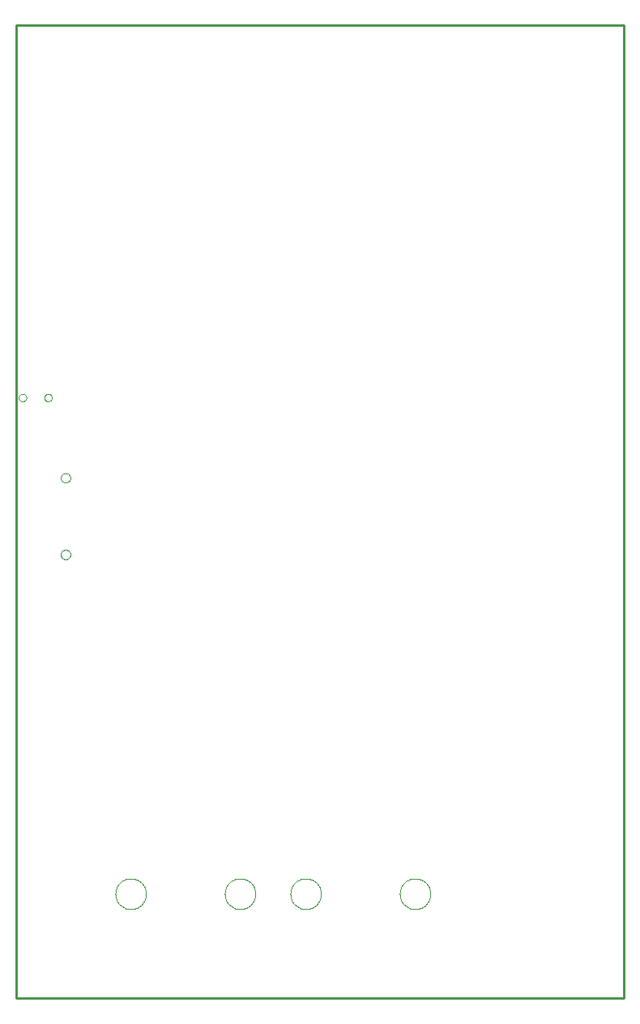
<source format=gbr>
G75*
G70*
%OFA0B0*%
%FSLAX24Y24*%
%IPPOS*%
%LPD*%
%AMOC8*
5,1,8,0,0,1.08239X$1,22.5*
%
%ADD10C,0.0100*%
%ADD11C,0.0000*%
D10*
X004152Y002157D02*
X029152Y002157D01*
X029152Y042157D01*
X004152Y042157D01*
X004152Y002157D01*
D11*
X008222Y006457D02*
X008225Y006514D01*
X008232Y006571D01*
X008245Y006627D01*
X008263Y006681D01*
X008286Y006734D01*
X008314Y006784D01*
X008346Y006832D01*
X008382Y006876D01*
X008422Y006917D01*
X008466Y006955D01*
X008512Y006988D01*
X008562Y007016D01*
X008614Y007040D01*
X008668Y007060D01*
X008724Y007074D01*
X008780Y007083D01*
X008838Y007087D01*
X008895Y007086D01*
X008952Y007079D01*
X009008Y007067D01*
X009063Y007051D01*
X009116Y007029D01*
X009167Y007003D01*
X009215Y006972D01*
X009261Y006937D01*
X009303Y006897D01*
X009341Y006855D01*
X009375Y006808D01*
X009405Y006759D01*
X009430Y006708D01*
X009450Y006654D01*
X009466Y006599D01*
X009476Y006543D01*
X009481Y006486D01*
X009481Y006428D01*
X009476Y006371D01*
X009466Y006315D01*
X009450Y006260D01*
X009430Y006206D01*
X009405Y006155D01*
X009375Y006106D01*
X009341Y006059D01*
X009303Y006017D01*
X009261Y005977D01*
X009215Y005942D01*
X009167Y005911D01*
X009116Y005885D01*
X009063Y005863D01*
X009008Y005847D01*
X008952Y005835D01*
X008895Y005828D01*
X008838Y005827D01*
X008780Y005831D01*
X008724Y005840D01*
X008668Y005854D01*
X008614Y005874D01*
X008562Y005898D01*
X008512Y005926D01*
X008466Y005959D01*
X008422Y005997D01*
X008382Y006038D01*
X008346Y006082D01*
X008314Y006130D01*
X008286Y006180D01*
X008263Y006233D01*
X008245Y006287D01*
X008232Y006343D01*
X008225Y006400D01*
X008222Y006457D01*
X012722Y006457D02*
X012725Y006514D01*
X012732Y006571D01*
X012745Y006627D01*
X012763Y006681D01*
X012786Y006734D01*
X012814Y006784D01*
X012846Y006832D01*
X012882Y006876D01*
X012922Y006917D01*
X012966Y006955D01*
X013012Y006988D01*
X013062Y007016D01*
X013114Y007040D01*
X013168Y007060D01*
X013224Y007074D01*
X013280Y007083D01*
X013338Y007087D01*
X013395Y007086D01*
X013452Y007079D01*
X013508Y007067D01*
X013563Y007051D01*
X013616Y007029D01*
X013667Y007003D01*
X013715Y006972D01*
X013761Y006937D01*
X013803Y006897D01*
X013841Y006855D01*
X013875Y006808D01*
X013905Y006759D01*
X013930Y006708D01*
X013950Y006654D01*
X013966Y006599D01*
X013976Y006543D01*
X013981Y006486D01*
X013981Y006428D01*
X013976Y006371D01*
X013966Y006315D01*
X013950Y006260D01*
X013930Y006206D01*
X013905Y006155D01*
X013875Y006106D01*
X013841Y006059D01*
X013803Y006017D01*
X013761Y005977D01*
X013715Y005942D01*
X013667Y005911D01*
X013616Y005885D01*
X013563Y005863D01*
X013508Y005847D01*
X013452Y005835D01*
X013395Y005828D01*
X013338Y005827D01*
X013280Y005831D01*
X013224Y005840D01*
X013168Y005854D01*
X013114Y005874D01*
X013062Y005898D01*
X013012Y005926D01*
X012966Y005959D01*
X012922Y005997D01*
X012882Y006038D01*
X012846Y006082D01*
X012814Y006130D01*
X012786Y006180D01*
X012763Y006233D01*
X012745Y006287D01*
X012732Y006343D01*
X012725Y006400D01*
X012722Y006457D01*
X015422Y006457D02*
X015425Y006514D01*
X015432Y006571D01*
X015445Y006627D01*
X015463Y006681D01*
X015486Y006734D01*
X015514Y006784D01*
X015546Y006832D01*
X015582Y006876D01*
X015622Y006917D01*
X015666Y006955D01*
X015712Y006988D01*
X015762Y007016D01*
X015814Y007040D01*
X015868Y007060D01*
X015924Y007074D01*
X015980Y007083D01*
X016038Y007087D01*
X016095Y007086D01*
X016152Y007079D01*
X016208Y007067D01*
X016263Y007051D01*
X016316Y007029D01*
X016367Y007003D01*
X016415Y006972D01*
X016461Y006937D01*
X016503Y006897D01*
X016541Y006855D01*
X016575Y006808D01*
X016605Y006759D01*
X016630Y006708D01*
X016650Y006654D01*
X016666Y006599D01*
X016676Y006543D01*
X016681Y006486D01*
X016681Y006428D01*
X016676Y006371D01*
X016666Y006315D01*
X016650Y006260D01*
X016630Y006206D01*
X016605Y006155D01*
X016575Y006106D01*
X016541Y006059D01*
X016503Y006017D01*
X016461Y005977D01*
X016415Y005942D01*
X016367Y005911D01*
X016316Y005885D01*
X016263Y005863D01*
X016208Y005847D01*
X016152Y005835D01*
X016095Y005828D01*
X016038Y005827D01*
X015980Y005831D01*
X015924Y005840D01*
X015868Y005854D01*
X015814Y005874D01*
X015762Y005898D01*
X015712Y005926D01*
X015666Y005959D01*
X015622Y005997D01*
X015582Y006038D01*
X015546Y006082D01*
X015514Y006130D01*
X015486Y006180D01*
X015463Y006233D01*
X015445Y006287D01*
X015432Y006343D01*
X015425Y006400D01*
X015422Y006457D01*
X019922Y006457D02*
X019925Y006514D01*
X019932Y006571D01*
X019945Y006627D01*
X019963Y006681D01*
X019986Y006734D01*
X020014Y006784D01*
X020046Y006832D01*
X020082Y006876D01*
X020122Y006917D01*
X020166Y006955D01*
X020212Y006988D01*
X020262Y007016D01*
X020314Y007040D01*
X020368Y007060D01*
X020424Y007074D01*
X020480Y007083D01*
X020538Y007087D01*
X020595Y007086D01*
X020652Y007079D01*
X020708Y007067D01*
X020763Y007051D01*
X020816Y007029D01*
X020867Y007003D01*
X020915Y006972D01*
X020961Y006937D01*
X021003Y006897D01*
X021041Y006855D01*
X021075Y006808D01*
X021105Y006759D01*
X021130Y006708D01*
X021150Y006654D01*
X021166Y006599D01*
X021176Y006543D01*
X021181Y006486D01*
X021181Y006428D01*
X021176Y006371D01*
X021166Y006315D01*
X021150Y006260D01*
X021130Y006206D01*
X021105Y006155D01*
X021075Y006106D01*
X021041Y006059D01*
X021003Y006017D01*
X020961Y005977D01*
X020915Y005942D01*
X020867Y005911D01*
X020816Y005885D01*
X020763Y005863D01*
X020708Y005847D01*
X020652Y005835D01*
X020595Y005828D01*
X020538Y005827D01*
X020480Y005831D01*
X020424Y005840D01*
X020368Y005854D01*
X020314Y005874D01*
X020262Y005898D01*
X020212Y005926D01*
X020166Y005959D01*
X020122Y005997D01*
X020082Y006038D01*
X020046Y006082D01*
X020014Y006130D01*
X019986Y006180D01*
X019963Y006233D01*
X019945Y006287D01*
X019932Y006343D01*
X019925Y006400D01*
X019922Y006457D01*
X005976Y020406D02*
X005978Y020434D01*
X005984Y020462D01*
X005994Y020488D01*
X006007Y020513D01*
X006024Y020535D01*
X006044Y020555D01*
X006066Y020572D01*
X006091Y020585D01*
X006117Y020595D01*
X006145Y020601D01*
X006173Y020603D01*
X006201Y020601D01*
X006229Y020595D01*
X006255Y020585D01*
X006280Y020572D01*
X006302Y020555D01*
X006322Y020535D01*
X006339Y020513D01*
X006352Y020488D01*
X006362Y020462D01*
X006368Y020434D01*
X006370Y020406D01*
X006368Y020378D01*
X006362Y020350D01*
X006352Y020324D01*
X006339Y020299D01*
X006322Y020277D01*
X006302Y020257D01*
X006280Y020240D01*
X006255Y020227D01*
X006229Y020217D01*
X006201Y020211D01*
X006173Y020209D01*
X006145Y020211D01*
X006117Y020217D01*
X006091Y020227D01*
X006066Y020240D01*
X006044Y020257D01*
X006024Y020277D01*
X006007Y020299D01*
X005994Y020324D01*
X005984Y020350D01*
X005978Y020378D01*
X005976Y020406D01*
X005976Y023556D02*
X005978Y023584D01*
X005984Y023612D01*
X005994Y023638D01*
X006007Y023663D01*
X006024Y023685D01*
X006044Y023705D01*
X006066Y023722D01*
X006091Y023735D01*
X006117Y023745D01*
X006145Y023751D01*
X006173Y023753D01*
X006201Y023751D01*
X006229Y023745D01*
X006255Y023735D01*
X006280Y023722D01*
X006302Y023705D01*
X006322Y023685D01*
X006339Y023663D01*
X006352Y023638D01*
X006362Y023612D01*
X006368Y023584D01*
X006370Y023556D01*
X006368Y023528D01*
X006362Y023500D01*
X006352Y023474D01*
X006339Y023449D01*
X006322Y023427D01*
X006302Y023407D01*
X006280Y023390D01*
X006255Y023377D01*
X006229Y023367D01*
X006201Y023361D01*
X006173Y023359D01*
X006145Y023361D01*
X006117Y023367D01*
X006091Y023377D01*
X006066Y023390D01*
X006044Y023407D01*
X006024Y023427D01*
X006007Y023449D01*
X005994Y023474D01*
X005984Y023500D01*
X005978Y023528D01*
X005976Y023556D01*
X005295Y026857D02*
X005297Y026882D01*
X005303Y026907D01*
X005313Y026930D01*
X005326Y026951D01*
X005343Y026970D01*
X005363Y026986D01*
X005385Y026999D01*
X005408Y027008D01*
X005433Y027013D01*
X005458Y027014D01*
X005483Y027011D01*
X005508Y027004D01*
X005530Y026993D01*
X005551Y026979D01*
X005570Y026961D01*
X005585Y026941D01*
X005596Y026919D01*
X005604Y026895D01*
X005608Y026870D01*
X005608Y026844D01*
X005604Y026819D01*
X005596Y026795D01*
X005585Y026773D01*
X005570Y026753D01*
X005551Y026735D01*
X005531Y026721D01*
X005508Y026710D01*
X005483Y026703D01*
X005458Y026700D01*
X005433Y026701D01*
X005408Y026706D01*
X005385Y026715D01*
X005363Y026728D01*
X005343Y026744D01*
X005326Y026763D01*
X005313Y026784D01*
X005303Y026807D01*
X005297Y026832D01*
X005295Y026857D01*
X004245Y026857D02*
X004247Y026882D01*
X004253Y026907D01*
X004263Y026930D01*
X004276Y026951D01*
X004293Y026970D01*
X004313Y026986D01*
X004335Y026999D01*
X004358Y027008D01*
X004383Y027013D01*
X004408Y027014D01*
X004433Y027011D01*
X004458Y027004D01*
X004480Y026993D01*
X004501Y026979D01*
X004520Y026961D01*
X004535Y026941D01*
X004546Y026919D01*
X004554Y026895D01*
X004558Y026870D01*
X004558Y026844D01*
X004554Y026819D01*
X004546Y026795D01*
X004535Y026773D01*
X004520Y026753D01*
X004501Y026735D01*
X004481Y026721D01*
X004458Y026710D01*
X004433Y026703D01*
X004408Y026700D01*
X004383Y026701D01*
X004358Y026706D01*
X004335Y026715D01*
X004313Y026728D01*
X004293Y026744D01*
X004276Y026763D01*
X004263Y026784D01*
X004253Y026807D01*
X004247Y026832D01*
X004245Y026857D01*
M02*

</source>
